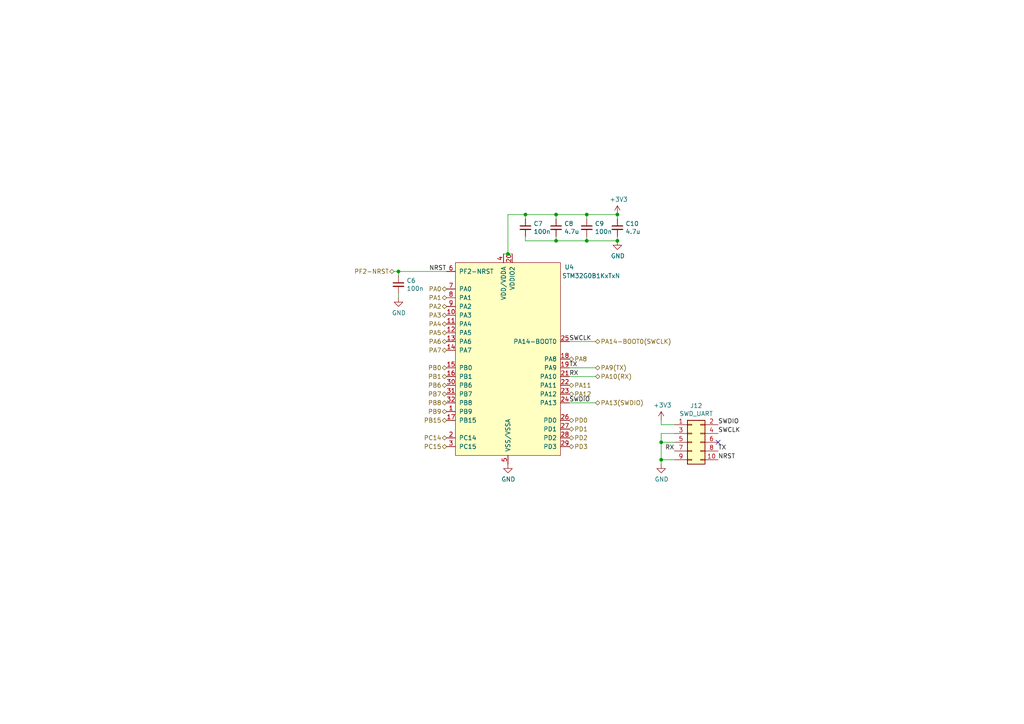
<source format=kicad_sch>
(kicad_sch (version 20211123) (generator eeschema)
  (paper "A4")
  (lib_symbols
    (symbol "Connector_Generic:Conn_02x05_Odd_Even" (pin_names (offset 1.016) hide)
      (property "Reference" "J" (at 1.27 7.62 0))
      (property "Value" "Conn_02x05_Odd_Even" (at 1.27 -7.62 0))
      (symbol "Conn_02x05_Odd_Even_1_1"
        (rectangle (start -1.27 -4.953) (end 0 -5.207) (stroke (width 0.1524)))
        (rectangle (start -1.27 -2.413) (end 0 -2.667) (stroke (width 0.1524)))
        (rectangle (start -1.27 0.127) (end 0 -0.127) (stroke (width 0.1524)))
        (rectangle (start -1.27 2.667) (end 0 2.413) (stroke (width 0.1524)))
        (rectangle (start -1.27 5.207) (end 0 4.953) (stroke (width 0.1524)))
        (rectangle (start -1.27 6.35) (end 3.81 -6.35) (stroke (width 0.254)) (fill (type background)))
        (rectangle (start 3.81 -4.953) (end 2.54 -5.207) (stroke (width 0.1524)))
        (rectangle (start 3.81 -2.413) (end 2.54 -2.667) (stroke (width 0.1524)))
        (rectangle (start 3.81 0.127) (end 2.54 -0.127) (stroke (width 0.1524)))
        (rectangle (start 3.81 2.667) (end 2.54 2.413) (stroke (width 0.1524)))
        (rectangle (start 3.81 5.207) (end 2.54 4.953) (stroke (width 0.1524)))
        (pin passive line (at -5.08 5.08 0) (length 3.81) (name "Pin_1") (number "1"))
        (pin passive line (at 7.62 -5.08 180) (length 3.81) (name "Pin_10") (number "10"))
        (pin passive line (at 7.62 5.08 180) (length 3.81) (name "Pin_2") (number "2"))
        (pin passive line (at -5.08 2.54 0) (length 3.81) (name "Pin_3") (number "3"))
        (pin passive line (at 7.62 2.54 180) (length 3.81) (name "Pin_4") (number "4"))
        (pin passive line (at -5.08 0 0) (length 3.81) (name "Pin_5") (number "5"))
        (pin passive line (at 7.62 0 180) (length 3.81) (name "Pin_6") (number "6"))
        (pin passive line (at -5.08 -2.54 0) (length 3.81) (name "Pin_7") (number "7"))
        (pin passive line (at 7.62 -2.54 180) (length 3.81) (name "Pin_8") (number "8"))
        (pin passive line (at -5.08 -5.08 0) (length 3.81) (name "Pin_9") (number "9"))
      )
    )
    (symbol "Device:C_Small" (pin_numbers hide) (pin_names (offset 0.254) hide)
      (property "Reference" "C" (at 0.254 1.778 0))
      (property "Value" "C_Small" (at 0.254 -2.032 0))
      (symbol "C_Small_0_1"
        (polyline (pts (xy -1.524 -0.508) (xy 1.524 -0.508)) (stroke (width 0.3302)))
        (polyline (pts (xy -1.524 0.508) (xy 1.524 0.508)) (stroke (width 0.3048)))
      )
      (symbol "C_Small_1_1"
        (pin passive line (at 0 2.54 270) (length 2.032) (name "~") (number "1"))
        (pin passive line (at 0 -2.54 90) (length 2.032) (name "~") (number "2"))
      )
    )
    (symbol "extraparts:STM32G0B1KxTxN" (pin_names (offset 1.016))
      (property "Reference" "U" (at -13.97 29.21 0))
      (property "Value" "STM32G0B1KxTxN" (at 11.43 29.21 0))
      (symbol "STM32G0B1KxTxN_0_1"
        (rectangle (start -15.24 27.94) (end 15.24 -27.94) (fill (type background)))
      )
      (symbol "STM32G0B1KxTxN_1_1"
        (pin bidirectional line (at -17.78 -15.24 0) (length 2.54) (name "PB9") (number "1"))
        (pin bidirectional line (at -17.78 12.7 0) (length 2.54) (name "PA3") (number "10"))
        (pin bidirectional line (at -17.78 10.16 0) (length 2.54) (name "PA4") (number "11"))
        (pin bidirectional line (at -17.78 7.62 0) (length 2.54) (name "PA5") (number "12"))
        (pin bidirectional line (at -17.78 5.08 0) (length 2.54) (name "PA6") (number "13"))
        (pin bidirectional line (at -17.78 2.54 0) (length 2.54) (name "PA7") (number "14"))
        (pin bidirectional line (at -17.78 -2.54 0) (length 2.54) (name "PB0") (number "15"))
        (pin bidirectional line (at -17.78 -5.08 0) (length 2.54) (name "PB1") (number "16"))
        (pin bidirectional line (at -17.78 -17.78 0) (length 2.54) (name "PB15") (number "17"))
        (pin bidirectional line (at 17.78 0 180) (length 2.54) (name "PA8") (number "18"))
        (pin bidirectional line (at 17.78 -2.54 180) (length 2.54) (name "PA9") (number "19"))
        (pin bidirectional line (at -17.78 -22.86 0) (length 2.54) (name "PC14") (number "2"))
        (pin power_in line (at 1.27 30.48 270) (length 2.54) (name "VDDIO2") (number "20"))
        (pin bidirectional line (at 17.78 -5.08 180) (length 2.54) (name "PA10") (number "21"))
        (pin bidirectional line (at 17.78 -7.62 180) (length 2.54) (name "PA11") (number "22"))
        (pin bidirectional line (at 17.78 -10.16 180) (length 2.54) (name "PA12") (number "23"))
        (pin bidirectional line (at 17.78 -12.7 180) (length 2.54) (name "PA13") (number "24"))
        (pin bidirectional line (at 17.78 5.08 180) (length 2.54) (name "PA14-BOOT0") (number "25"))
        (pin bidirectional line (at 17.78 -17.78 180) (length 2.54) (name "PD0") (number "26"))
        (pin bidirectional line (at 17.78 -20.32 180) (length 2.54) (name "PD1") (number "27"))
        (pin bidirectional line (at 17.78 -22.86 180) (length 2.54) (name "PD2") (number "28"))
        (pin bidirectional line (at 17.78 -25.4 180) (length 2.54) (name "PD3") (number "29"))
        (pin bidirectional line (at -17.78 -25.4 0) (length 2.54) (name "PC15") (number "3"))
        (pin bidirectional line (at -17.78 -7.62 0) (length 2.54) (name "PB6") (number "30"))
        (pin bidirectional line (at -17.78 -10.16 0) (length 2.54) (name "PB7") (number "31"))
        (pin bidirectional line (at -17.78 -12.7 0) (length 2.54) (name "PB8") (number "32"))
        (pin power_in line (at -1.27 30.48 270) (length 2.54) (name "VDD/VDDA") (number "4"))
        (pin power_in line (at 0 -30.48 90) (length 2.54) (name "VSS/VSSA") (number "5"))
        (pin bidirectional line (at -17.78 25.4 0) (length 2.54) (name "PF2-NRST") (number "6"))
        (pin bidirectional line (at -17.78 20.32 0) (length 2.54) (name "PA0") (number "7"))
        (pin bidirectional line (at -17.78 17.78 0) (length 2.54) (name "PA1") (number "8"))
        (pin bidirectional line (at -17.78 15.24 0) (length 2.54) (name "PA2") (number "9"))
      )
    )
    (symbol "power:+3V3" (power) (pin_names (offset 0))
      (property "Value" "+3V3" (at 0 3.556 0))
      (symbol "+3V3_0_1"
        (polyline (pts (xy -0.762 1.27) (xy 0 2.54)))
        (polyline (pts (xy 0 0) (xy 0 2.54)))
        (polyline (pts (xy 0 2.54) (xy 0.762 1.27)))
      )
      (symbol "+3V3_1_1"
        (pin power_in line (at 0 0 90) (length 0) hide (name "+3V3") (number "1"))
      )
    )
    (symbol "power:GND" (power) (pin_names (offset 0))
      (property "Value" "GND" (at 0 -3.81 0))
      (symbol "GND_0_1"
        (polyline (pts (xy 0 0) (xy 0 -1.27) (xy 1.27 -1.27) (xy 0 -2.54) (xy -1.27 -1.27) (xy 0 -1.27)))
      )
      (symbol "GND_1_1"
        (pin power_in line (at 0 0 270) (length 0) hide (name "GND") (number "1"))
      )
    )
  )
  (junction (at 161.29 69.85))
  (junction (at 191.77 133.35))
  (junction (at 170.18 62.23))
  (junction (at 147.32 73.66))
  (junction (at 161.29 62.23))
  (junction (at 170.18 69.85))
  (junction (at 152.4 62.23))
  (junction (at 115.57 78.74))
  (junction (at 179.07 69.85))
  (junction (at 179.07 62.23))
  (junction (at 191.77 128.27))
  (no_connect (at 208.28 128.27))
  (wire (pts (xy 179.07 69.85) (xy 170.18 69.85)))
  (wire (pts (xy 152.4 62.23) (xy 161.29 62.23)))
  (wire (pts (xy 170.18 62.23) (xy 179.07 62.23)))
  (wire (pts (xy 179.07 69.85) (xy 179.07 68.58)))
  (wire (pts (xy 172.72 99.06) (xy 165.1 99.06)))
  (wire (pts (xy 195.58 125.73) (xy 191.77 125.73)))
  (wire (pts (xy 152.4 69.85) (xy 152.4 68.58)))
  (wire (pts (xy 147.32 62.23) (xy 152.4 62.23)))
  (wire (pts (xy 152.4 63.5) (xy 152.4 62.23)))
  (wire (pts (xy 172.72 106.68) (xy 165.1 106.68)))
  (wire (pts (xy 161.29 63.5) (xy 161.29 62.23)))
  (wire (pts (xy 147.32 73.66) (xy 147.32 62.23)))
  (wire (pts (xy 195.58 133.35) (xy 191.77 133.35)))
  (wire (pts (xy 161.29 69.85) (xy 152.4 69.85)))
  (wire (pts (xy 172.72 116.84) (xy 165.1 116.84)))
  (wire (pts (xy 170.18 68.58) (xy 170.18 69.85)))
  (wire (pts (xy 170.18 63.5) (xy 170.18 62.23)))
  (wire (pts (xy 191.77 121.92) (xy 191.77 123.19)))
  (wire (pts (xy 115.57 86.36) (xy 115.57 85.09)))
  (wire (pts (xy 179.07 63.5) (xy 179.07 62.23)))
  (wire (pts (xy 191.77 128.27) (xy 191.77 133.35)))
  (wire (pts (xy 161.29 68.58) (xy 161.29 69.85)))
  (wire (pts (xy 146.05 73.66) (xy 147.32 73.66)))
  (wire (pts (xy 191.77 133.35) (xy 191.77 134.62)))
  (wire (pts (xy 195.58 128.27) (xy 191.77 128.27)))
  (wire (pts (xy 115.57 78.74) (xy 129.54 78.74)))
  (wire (pts (xy 147.32 73.66) (xy 148.59 73.66)))
  (wire (pts (xy 172.72 109.22) (xy 165.1 109.22)))
  (wire (pts (xy 115.57 78.74) (xy 115.57 80.01)))
  (wire (pts (xy 161.29 62.23) (xy 170.18 62.23)))
  (wire (pts (xy 114.3 78.74) (xy 115.57 78.74)))
  (wire (pts (xy 191.77 123.19) (xy 195.58 123.19)))
  (wire (pts (xy 170.18 69.85) (xy 161.29 69.85)))
  (wire (pts (xy 191.77 125.73) (xy 191.77 128.27)))
  (label "TX" (at 208.28 130.81 0))
  (label "NRST" (at 208.28 133.35 0))
  (label "RX" (at 165.1 109.22 0))
  (label "SWCLK" (at 208.28 125.73 0))
  (label "RX" (at 195.58 130.81 180))
  (label "SWCLK" (at 165.1 99.06 0))
  (label "SWDIO" (at 165.1 116.84 0))
  (label "TX" (at 165.1 106.68 0))
  (label "NRST" (at 124.46 78.74 0))
  (label "SWDIO" (at 208.28 123.19 0))
  (hierarchical_label "PD0" (shape bidirectional) (at 165.1 121.92 0))
  (hierarchical_label "PA10(RX)" (shape bidirectional) (at 172.72 109.22 0))
  (hierarchical_label "PB0" (shape bidirectional) (at 129.54 106.68 180))
  (hierarchical_label "PD2" (shape bidirectional) (at 165.1 127 0))
  (hierarchical_label "PA7" (shape bidirectional) (at 129.54 101.6 180))
  (hierarchical_label "PF2-NRST" (shape bidirectional) (at 114.3 78.74 180))
  (hierarchical_label "PA14-BOOT0(SWCLK)" (shape bidirectional) (at 172.72 99.06 0))
  (hierarchical_label "PB6" (shape bidirectional) (at 129.54 111.76 180))
  (hierarchical_label "PA1" (shape bidirectional) (at 129.54 86.36 180))
  (hierarchical_label "PA3" (shape bidirectional) (at 129.54 91.44 180))
  (hierarchical_label "PD1" (shape bidirectional) (at 165.1 124.46 0))
  (hierarchical_label "PA5" (shape bidirectional) (at 129.54 96.52 180))
  (hierarchical_label "PB8" (shape bidirectional) (at 129.54 116.84 180))
  (hierarchical_label "PB15" (shape bidirectional) (at 129.54 121.92 180))
  (hierarchical_label "PA12" (shape bidirectional) (at 165.1 114.3 0))
  (hierarchical_label "PA4" (shape bidirectional) (at 129.54 93.98 180))
  (hierarchical_label "PA6" (shape bidirectional) (at 129.54 99.06 180))
  (hierarchical_label "PB7" (shape bidirectional) (at 129.54 114.3 180))
  (hierarchical_label "PC15" (shape bidirectional) (at 129.54 129.54 180))
  (hierarchical_label "PA13(SWDIO)" (shape bidirectional) (at 172.72 116.84 0))
  (hierarchical_label "PA0" (shape bidirectional) (at 129.54 83.82 180))
  (hierarchical_label "PA9(TX)" (shape bidirectional) (at 172.72 106.68 0))
  (hierarchical_label "PD3" (shape bidirectional) (at 165.1 129.54 0))
  (hierarchical_label "PB9" (shape bidirectional) (at 129.54 119.38 180))
  (hierarchical_label "PA8" (shape bidirectional) (at 165.1 104.14 0))
  (hierarchical_label "PB1" (shape bidirectional) (at 129.54 109.22 180))
  (hierarchical_label "PA11" (shape bidirectional) (at 165.1 111.76 0))
  (hierarchical_label "PC14" (shape bidirectional) (at 129.54 127 180))
  (hierarchical_label "PA2" (shape bidirectional) (at 129.54 88.9 180))
  (symbol (lib_id "Connector_Generic:Conn_02x05_Odd_Even") (at 200.66 128.27 0) (unit 1)
    (property "Reference" "J12" (at 201.93 117.6782 0))
    (property "Value" "SWD_UART" (at 201.93 119.9896 0))
    (property "Footprint" "Connector_PinHeader_1.27mm:PinHeader_2x05_P1.27mm_Vertical_SMD" (effects hide))
  )
  (symbol (lib_id "power:+3V3") (at 191.77 121.92 0) (unit 1)
    (property "Reference" "#PWR027" (effects hide))
    (property "Value" "+3V3" (at 192.151 117.5258 0))
  )
  (symbol (lib_id "power:GND") (at 191.77 134.62 0) (unit 1)
    (property "Reference" "#PWR028" (effects hide))
    (property "Value" "GND" (at 191.897 139.0142 0))
  )
  (symbol (lib_id "extraparts:STM32G0B1KxTxN") (at 147.32 104.14 0) (unit 1)
    (property "Reference" "U4" (at 165.1 77.47 0))
    (property "Value" "STM32G0B1KxTxN" (at 171.45 80.01 0))
    (property "Footprint" "Package_QFP:LQFP-32_7x7mm_P0.8mm" (effects hide))
  )
  (symbol (lib_id "Device:C_Small") (at 152.4 66.04 0) (unit 1)
    (property "Reference" "C7" (at 154.7368 64.8716 0) (effects (justify left)))
    (property "Value" "100n" (at 154.7368 67.183 0) (effects (justify left)))
    (property "Footprint" "Capacitor_SMD:C_0603_1608Metric" (effects hide))
  )
  (symbol (lib_id "Device:C_Small") (at 161.29 66.04 0) (unit 1)
    (property "Reference" "C8" (at 163.6268 64.8716 0) (effects (justify left)))
    (property "Value" "4.7u" (at 163.6268 67.183 0) (effects (justify left)))
    (property "Footprint" "Capacitor_SMD:C_0603_1608Metric" (effects hide))
  )
  (symbol (lib_id "Device:C_Small") (at 170.18 66.04 0) (unit 1)
    (property "Reference" "C9" (at 172.5168 64.8716 0) (effects (justify left)))
    (property "Value" "100n" (at 172.5168 67.183 0) (effects (justify left)))
    (property "Footprint" "Capacitor_SMD:C_0603_1608Metric" (effects hide))
  )
  (symbol (lib_id "Device:C_Small") (at 179.07 66.04 0) (unit 1)
    (property "Reference" "C10" (at 181.4068 64.8716 0) (effects (justify left)))
    (property "Value" "4.7u" (at 181.4068 67.183 0) (effects (justify left)))
    (property "Footprint" "Capacitor_SMD:C_0603_1608Metric" (effects hide))
  )
  (symbol (lib_id "power:+3V3") (at 179.07 62.23 0) (unit 1)
    (property "Reference" "#PWR025" (effects hide))
    (property "Value" "+3V3" (at 179.451 57.8358 0))
  )
  (symbol (lib_id "power:GND") (at 179.07 69.85 0) (unit 1)
    (property "Reference" "#PWR026" (effects hide))
    (property "Value" "GND" (at 179.197 74.2442 0))
  )
  (symbol (lib_id "power:GND") (at 147.32 134.62 0) (unit 1)
    (property "Reference" "#PWR024" (effects hide))
    (property "Value" "GND" (at 147.447 139.0142 0))
  )
  (symbol (lib_id "Device:C_Small") (at 115.57 82.55 0) (unit 1)
    (property "Reference" "C6" (at 117.9068 81.3816 0) (effects (justify left)))
    (property "Value" "100n" (at 117.9068 83.693 0) (effects (justify left)))
    (property "Footprint" "Capacitor_SMD:C_0603_1608Metric" (effects hide))
  )
  (symbol (lib_id "power:GND") (at 115.57 86.36 0) (unit 1)
    (property "Reference" "#PWR023" (effects hide))
    (property "Value" "GND" (at 115.697 90.7542 0))
  )
)
</source>
